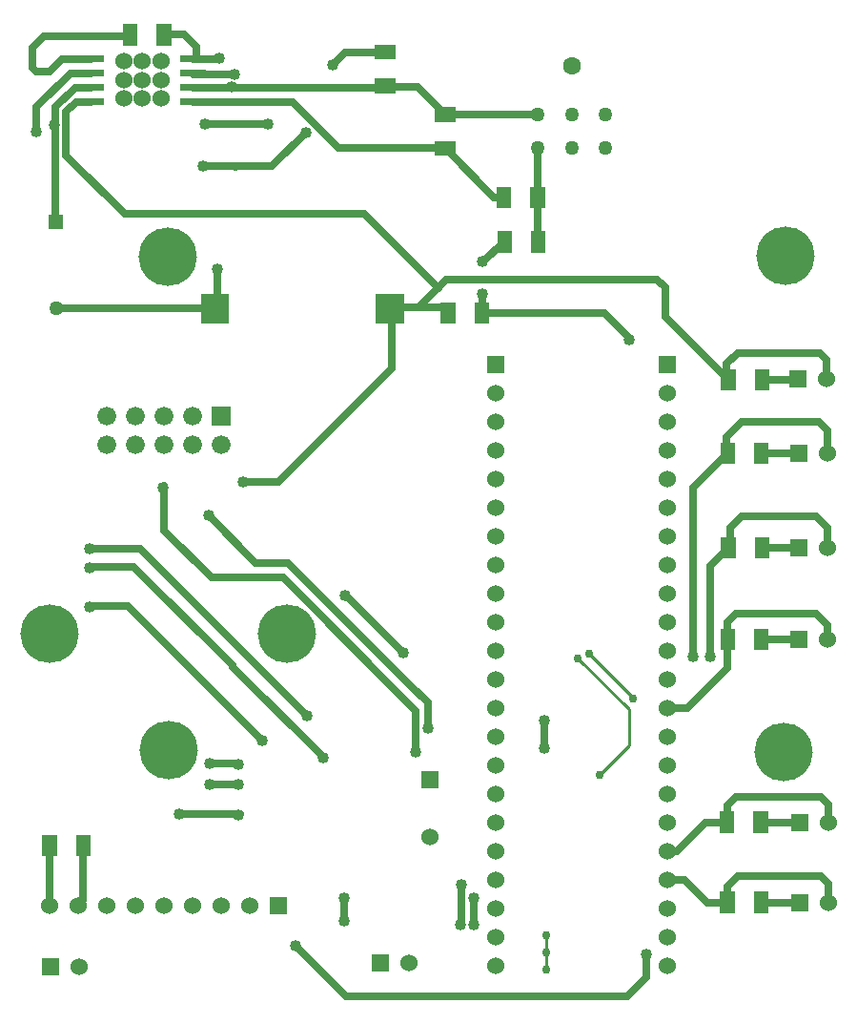
<source format=gbr>
G04 start of page 2 for group 0 idx 0 *
G04 Title: (unknown), Power_Top *
G04 Creator: pcb 20110918 *
G04 CreationDate: Mon 05 May 2014 07:23:21 AM GMT UTC *
G04 For: john *
G04 Format: Gerber/RS-274X *
G04 PCB-Dimensions: 295500 350000 *
G04 PCB-Coordinate-Origin: lower left *
%MOIN*%
%FSLAX25Y25*%
%LNTOP*%
%ADD30C,0.0460*%
%ADD29C,0.0590*%
%ADD28C,0.0380*%
%ADD27C,0.0280*%
%ADD26C,0.0150*%
%ADD25C,0.0200*%
%ADD24C,0.2000*%
%ADD23C,0.0300*%
%ADD22C,0.0400*%
%ADD21C,0.2040*%
%ADD20R,0.0980X0.0980*%
%ADD19R,0.0240X0.0240*%
%ADD18R,0.0512X0.0512*%
%ADD17C,0.0660*%
%ADD16C,0.0630*%
%ADD15C,0.0500*%
%ADD14C,0.0600*%
%ADD13C,0.0001*%
%ADD12C,0.0100*%
%ADD11C,0.0250*%
G54D11*X168477Y288300D02*X151265Y305512D01*
X114088D01*
X97900Y321700D01*
X123000Y282600D02*X148900Y256700D01*
X90800Y299200D02*X102900Y311300D01*
X15000Y319800D02*Y279968D01*
X22306Y321706D02*X18800Y318200D01*
Y303100D01*
X39300Y282600D02*X18800Y303100D01*
X8400Y319900D02*Y311100D01*
X15000Y279968D02*X15184Y279784D01*
X39300Y282600D02*X123000D01*
X71600Y249700D02*X15268D01*
X15184Y249784D01*
X71800Y263200D02*Y249900D01*
X71600Y249700D01*
X66500Y299200D02*X77800D01*
X78000Y299000D01*
Y299200D02*X90800D01*
X67400Y313800D02*X89200D01*
X183755Y272935D02*X183900Y272790D01*
X172090D02*X171590D01*
X164600Y265800D01*
X164400Y254700D02*Y248190D01*
X183755Y305492D02*Y288355D01*
X183700Y288300D01*
X183755D02*Y272935D01*
X164400Y248190D02*X164110Y247900D01*
X171890Y288300D02*X168477D01*
X97900Y321700D02*X63185D01*
X63179Y326706D02*X129711D01*
X130300Y327295D01*
X27379Y326706D02*X21906D01*
X15000Y319800D01*
X27379Y321706D02*X22306D01*
X77600Y331400D02*X63485D01*
X63179Y331706D01*
X63185Y321700D02*X63179Y321706D01*
X64300Y340800D02*Y337700D01*
X63179Y336706D02*X71694D01*
X71800Y336600D01*
X53000Y345200D02*X59900D01*
X64300Y340800D01*
X111900Y334500D02*X116400Y339000D01*
X130195D01*
X130300Y339105D01*
X27379Y336706D02*X17406D01*
X17050Y336350D01*
X40490Y344500D02*X41190Y345200D01*
X30300Y344500D02*X40490D01*
X30400D02*X11000D01*
X27379Y331706D02*X20206D01*
X8400Y319900D01*
X11000Y344500D02*X7100Y340600D01*
Y333700D01*
X8400Y332400D01*
X13100D01*
X16700Y336000D01*
X215100Y9400D02*X116700D01*
X99000Y27100D01*
X161400Y43500D02*X161000D01*
X161400D02*Y34200D01*
X156900Y48400D02*Y34200D01*
G54D12*X205200Y86700D02*X215500Y97000D01*
G54D11*X69000Y90500D02*X79100D01*
X79300Y90300D01*
X79100Y83300D02*X69300D01*
X79800Y72800D02*X58500D01*
X108600Y92600D02*Y92800D01*
X136500Y129200D02*X116200Y149500D01*
X108600Y92800D02*X77000Y124400D01*
Y124800D01*
X87400Y98500D02*Y98600D01*
X77000Y124800D02*X42400Y159400D01*
X26900D01*
X87400Y98600D02*X40400Y145600D01*
X26900D01*
X44500Y165600D02*X102900Y107200D01*
X26900Y145600D02*X26600Y145300D01*
X27000Y165600D02*X44500D01*
X221600Y23900D02*Y15900D01*
G54D12*X215500Y97000D02*Y108500D01*
Y97000D02*Y109500D01*
G54D11*X221600Y15900D02*X215100Y9400D01*
X251000Y166620D02*X250380Y166000D01*
X250095Y134000D02*Y140095D01*
X253000Y143000D01*
X244000Y128000D02*Y159620D01*
X250690Y166310D01*
X238000Y128000D02*Y187000D01*
X253000Y143000D02*X281000D01*
X285000Y139000D01*
Y134000D01*
X261905D02*X275000D01*
X229000Y110000D02*X236000D01*
G54D12*X215500Y109500D02*X197700Y127300D01*
X217000Y113400D02*Y113500D01*
X201600Y128900D01*
G54D11*X236000Y110000D02*X250000Y124000D01*
Y133810D01*
X250095Y133905D01*
X275000Y166000D02*X262000D01*
X281000Y177000D02*X255000D01*
X251000Y173000D01*
Y166620D01*
X275000Y199000D02*X262000D01*
X285000Y166000D02*Y173000D01*
X281000Y177000D01*
X285000Y207000D02*Y199000D01*
X249500Y199500D02*Y204500D01*
X238000Y187000D02*X249500Y198500D01*
X251190Y166810D02*X250810D01*
X249500Y204500D02*X255000Y210000D01*
X282000D01*
X285000Y207000D01*
X262105Y224700D02*X274600D01*
X274800Y224900D01*
X284800D02*Y231600D01*
X282300Y234100D01*
X253500D01*
X249600Y230200D01*
Y225395D01*
X250295Y224700D01*
X275192Y41829D02*X262155D01*
X261799Y42185D01*
X282600Y51300D02*X253600D01*
X282800Y79000D02*X285400Y76400D01*
Y70204D01*
X285192Y69996D01*
Y41829D02*Y48708D01*
X282600Y51300D01*
X253000Y79000D02*X282800D01*
X275192Y69996D02*X261859D01*
X261686Y70168D01*
X249876D02*Y75876D01*
X253000Y79000D01*
X249776Y70000D02*X249876Y70100D01*
X253600Y51300D02*X249900Y47600D01*
Y42273D01*
X249989Y42185D01*
X229000Y60000D02*X232200D01*
X242200Y70000D01*
X249776D01*
X229000Y50000D02*X235000D01*
X242900Y42100D01*
X249300D01*
X249900Y41500D01*
X164110Y247900D02*X206900D01*
X215900Y238900D01*
X183755Y317292D02*X151295D01*
X151265Y317322D01*
X151100Y317292D02*Y317600D01*
X141600Y327100D01*
X130495D01*
X130300Y327295D01*
X24810Y62000D02*Y42810D01*
X23000Y41000D01*
X116100Y43500D02*Y35500D01*
G54D12*X186600Y30500D02*Y24600D01*
X186700Y24500D01*
X186600Y24800D02*Y18500D01*
G54D11*X185900Y105700D02*Y95800D01*
X13000Y62000D02*Y41000D01*
X141100Y94300D02*Y109000D01*
X94600Y155500D01*
X69600D01*
X53000Y172100D01*
Y187600D01*
X132600Y249700D02*Y228600D01*
X80800Y189000D02*X92900D01*
X145200Y103100D02*Y111800D01*
X139000Y118000D01*
X139350Y117650D02*X96400Y160600D01*
X85100D01*
X68500Y177200D01*
X132600Y228600D02*X93000Y189000D01*
X132600Y249900D02*X150300D01*
X152300Y247900D01*
X225400Y259700D02*X151700D01*
X141900Y249900D01*
X250295Y224700D02*X250200D01*
X228200Y246700D01*
Y256900D01*
X225400Y259700D01*
G54D13*G36*
X90000Y44000D02*Y38000D01*
X96000D01*
Y44000D01*
X90000D01*
G37*
G54D14*X83000Y41000D03*
X73000D03*
X63000D03*
X53000D03*
X43000D03*
X33000D03*
X23000D03*
X13000D03*
G54D13*G36*
X10200Y22500D02*Y16500D01*
X16200D01*
Y22500D01*
X10200D01*
G37*
G54D14*X23200Y19500D03*
G54D13*G36*
X125500Y24000D02*Y18000D01*
X131500D01*
Y24000D01*
X125500D01*
G37*
G54D14*X138500Y21000D03*
G54D15*X207355Y317292D03*
X195555D03*
G54D16*Y334292D03*
G54D15*X183755Y317292D03*
X207355Y305492D03*
X183755D03*
X195555D03*
G54D13*G36*
X12684Y282284D02*Y277284D01*
X17684D01*
Y282284D01*
X12684D01*
G37*
G36*
X271800Y227900D02*Y221900D01*
X277800D01*
Y227900D01*
X271800D01*
G37*
G54D14*X284800Y224900D03*
G54D13*G36*
X226000Y233000D02*Y227000D01*
X232000D01*
Y233000D01*
X226000D01*
G37*
G54D14*X229000Y220000D03*
G54D13*G36*
X272000Y202000D02*Y196000D01*
X278000D01*
Y202000D01*
X272000D01*
G37*
G36*
Y137000D02*Y131000D01*
X278000D01*
Y137000D01*
X272000D01*
G37*
G36*
X272192Y72996D02*Y66996D01*
X278192D01*
Y72996D01*
X272192D01*
G37*
G36*
Y44829D02*Y38829D01*
X278192D01*
Y44829D01*
X272192D01*
G37*
G54D14*X285000Y199000D03*
Y134000D03*
X285192Y69996D03*
Y41829D03*
G54D13*G36*
X272000Y169000D02*Y163000D01*
X278000D01*
Y169000D01*
X272000D01*
G37*
G54D14*X285000Y166000D03*
X229000Y180000D03*
Y170000D03*
Y160000D03*
Y150000D03*
Y140000D03*
Y130000D03*
Y120000D03*
Y110000D03*
Y100000D03*
Y90000D03*
Y80000D03*
Y70000D03*
Y60000D03*
Y50000D03*
Y40000D03*
Y30000D03*
Y20000D03*
Y210000D03*
Y200000D03*
Y190000D03*
G54D13*G36*
X166000Y233000D02*Y227000D01*
X172000D01*
Y233000D01*
X166000D01*
G37*
G54D14*X169000Y220000D03*
Y210000D03*
Y200000D03*
G54D13*G36*
X69600Y215200D02*Y208600D01*
X76200D01*
Y215200D01*
X69600D01*
G37*
G54D17*X72900Y201900D03*
X62900D03*
X52900D03*
X42900D03*
X32900D03*
X62900Y211900D03*
X52900D03*
X42900D03*
X32900D03*
G54D15*X15184Y249784D03*
G54D14*X169000Y190000D03*
Y180000D03*
Y170000D03*
Y160000D03*
Y150000D03*
Y140000D03*
Y130000D03*
Y120000D03*
Y110000D03*
Y100000D03*
Y90000D03*
Y80000D03*
Y70000D03*
G54D13*G36*
X143000Y88000D02*Y82000D01*
X149000D01*
Y88000D01*
X143000D01*
G37*
G54D14*X146000Y65000D03*
X169000Y60000D03*
Y50000D03*
Y40000D03*
Y30000D03*
Y20000D03*
G54D18*X183900Y273971D02*Y271609D01*
X172090Y273971D02*Y271609D01*
X183700Y289481D02*Y287119D01*
X171890Y289481D02*Y287119D01*
X152300Y249081D02*Y246719D01*
X164110Y249081D02*Y246719D01*
X261905Y200181D02*Y197819D01*
X262190Y167181D02*Y164819D01*
X262105Y225881D02*Y223519D01*
X250380Y167181D02*Y164819D01*
X250095Y200181D02*Y197819D01*
X250295Y225881D02*Y223519D01*
X13000Y63181D02*Y60819D01*
X24810Y63181D02*Y60819D01*
G54D19*X24029Y336706D02*X30729D01*
X24029Y331706D02*X30729D01*
X24029Y326706D02*X30729D01*
X24029Y321706D02*X30729D01*
X59829D02*X66529D01*
X59829Y326706D02*X66529D01*
X59829Y331706D02*X66529D01*
X59829Y336706D02*X66529D01*
G54D18*X53000Y346381D02*Y344019D01*
X41190Y346381D02*Y344019D01*
X129119Y339105D02*X131481D01*
X129119Y327295D02*X131481D01*
X150084Y305512D02*X152446D01*
X150084Y317322D02*X152446D01*
G54D20*X70900Y249700D02*Y249300D01*
X132000Y249700D02*Y249300D01*
G54D18*X261905Y135181D02*Y132819D01*
X250095Y135181D02*Y132819D01*
X249876Y71349D02*Y68987D01*
X249989Y43366D02*Y41004D01*
X261686Y71349D02*Y68987D01*
X261799Y43366D02*Y41004D01*
G54D21*X270400Y268100D03*
X269600Y94700D03*
G54D22*X244000Y128000D03*
X238000D03*
X215600Y238600D03*
G54D21*X54700Y95400D03*
X96000Y136000D03*
G54D22*X69000Y90500D03*
X79100Y90300D03*
X87400Y98500D03*
X102900Y107200D03*
X79100Y83300D03*
X69000D03*
X79100Y72500D03*
X58200Y73000D03*
G54D21*X13000Y136000D03*
G54D22*X27000Y165600D03*
X26900Y159100D03*
Y145300D03*
X116200Y149200D03*
X80800Y189000D03*
X52700Y186900D03*
X68800Y177200D03*
X116100Y43500D03*
Y35500D03*
X108600Y92600D03*
G54D23*X186600Y18600D03*
G54D22*X185900Y105700D03*
Y95900D03*
X221600Y23900D03*
G54D23*X205200Y86700D03*
X217000Y113400D03*
X197700Y127300D03*
X201500Y129100D03*
G54D22*X99000Y27100D03*
X156900Y48400D03*
X136500Y129200D03*
X145200Y103100D03*
X141100Y94600D03*
G54D23*X186700Y24500D03*
X186600Y30500D03*
G54D22*X161400Y43500D03*
X156600Y34200D03*
X161400D03*
G54D21*X54200Y267500D03*
G54D22*X71800Y263200D03*
X66500Y299200D03*
G54D14*X39000Y335800D03*
Y323000D03*
Y329200D03*
G54D22*X8200Y311300D03*
X14700Y313600D03*
G54D14*X51900Y335800D03*
Y322900D03*
Y329200D03*
X45300Y335800D03*
Y322900D03*
X45279Y329206D03*
G54D22*X67400Y313800D03*
X164400Y265800D03*
Y254700D03*
X77600Y331400D03*
X72200Y336800D03*
X102700Y311100D03*
X111900Y334500D03*
X76600Y326800D03*
X89200Y313800D03*
G54D24*G54D25*G54D24*G54D25*G54D24*G54D25*G54D26*G54D25*G54D26*G54D25*G54D26*G54D25*G54D24*G54D25*G54D27*G54D28*G54D11*G54D29*G54D11*G54D25*G54D28*G54D30*G54D25*G54D28*G54D27*G54D28*M02*

</source>
